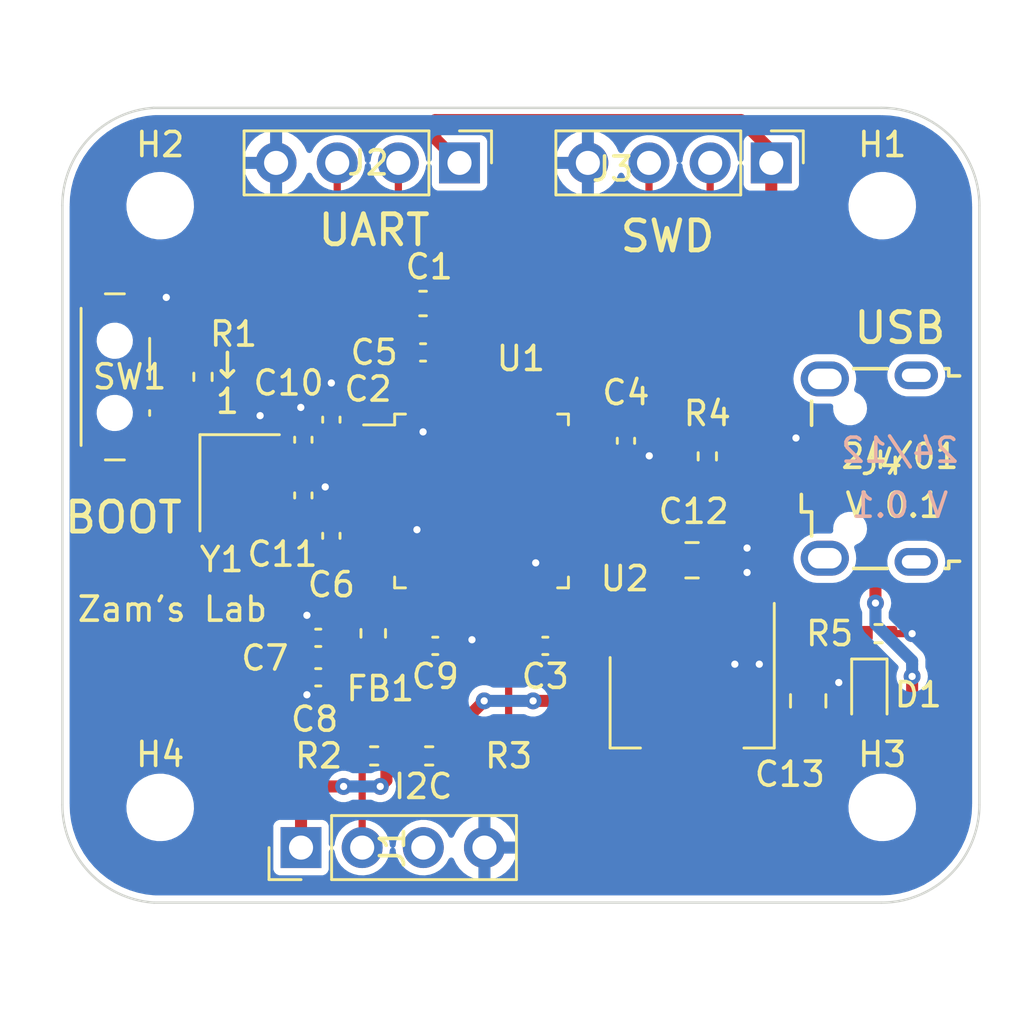
<source format=kicad_pcb>
(kicad_pcb (version 20211014) (generator pcbnew)
  (layers (0 "F.Cu" signal) (31 "B.Cu" power) (34 "B.Paste" user) (35 "F.Paste" user) (36 "B.SilkS" user "B.Silkscreen") (37 "F.SilkS" user "F.Silkscreen") (38 "B.Mask" user) (39 "F.Mask" user) (44 "Edge.Cuts" user))
  (net 0 "")
  (net 1 "+3.3V")
  (net 2 "GND")
  (net 3 "+3.3VA")
  (net 4 "/NRST")
  (net 5 "/HSE_IN")
  (net 6 "/HSE_OUT")
  (net 7 "VBUS")
  (net 8 "/PLED-K")
  (net 9 "/I2C2_SCL")
  (net 10 "/I2C2_SDA")
  (net 11 "/UART1_RX")
  (net 12 "/UART1_TX")
  (net 13 "/SWDIO")
  (net 14 "/SWCLK")
  (net 15 "/USB_D-")
  (net 16 "/USB_D+")
  (net 19 "/SW Boot 0")
  (net 20 "Net-(R1-Pad2)")
  (footprint "Package_QFP:LQFP-48_7x7mm_P0.5mm" (layer "F.Cu") (at 202.074 90.5)
    (fp_text reference "U1" (at 1.634 -5.918) (layer "F.SilkS"))
    (fp_text value "STM32F103C8T6")
    (fp_line (start -3.16 -3.61) (end -3.61 -3.61) (layer "F.SilkS") (width 0.12))
    (fp_line (start -3.61 -3.61) (end -3.61 -3.16) (layer "F.SilkS") (width 0.12))
    (fp_line (start 3.61 3.61) (end 3.61 3.16) (layer "F.SilkS") (width 0.12))
    (fp_line (start -3.61 -3.16) (end -4.9 -3.16) (layer "F.SilkS") (width 0.12))
    (fp_line (start -3.61 3.61) (end -3.61 3.16) (layer "F.SilkS") (width 0.12))
    (fp_line (start -3.16 3.61) (end -3.61 3.61) (layer "F.SilkS") (width 0.12))
    (fp_line (start 3.16 3.61) (end 3.61 3.61) (layer "F.SilkS") (width 0.12))
    (fp_line (start 3.16 -3.61) (end 3.61 -3.61) (layer "F.SilkS") (width 0.12))
    (fp_line (start 3.61 -3.61) (end 3.61 -3.16) (layer "F.SilkS") (width 0.12))
    (pad "1" smd roundrect (at -4.1625 -2.75) (size 1.475 0.3) (layers "F.Cu" "F.Paste" "F.Mask") (net 1 "+3.3V"))
    (pad "2" smd roundrect (at -4.1625 -2.25) (size 1.475 0.3) (layers "F.Cu" "F.Paste" "F.Mask"))
    (pad "3" smd roundrect (at -4.1625 -1.75) (size 1.475 0.3) (layers "F.Cu" "F.Paste" "F.Mask"))
    (pad "4" smd roundrect (at -4.1625 -1.25) (size 1.475 0.3) (layers "F.Cu" "F.Paste" "F.Mask"))
    (pad "5" smd roundrect (at -4.1625 -0.75) (size 1.475 0.3) (layers "F.Cu" "F.Paste" "F.Mask") (net 5 "/HSE_IN"))
    (pad "6" smd roundrect (at -4.1625 -0.25) (size 1.475 0.3) (layers "F.Cu" "F.Paste" "F.Mask") (net 6 "/HSE_OUT"))
    (pad "7" smd roundrect (at -4.1625 0.25) (size 1.475 0.3) (layers "F.Cu" "F.Paste" "F.Mask") (net 4 "/NRST"))
    (pad "8" smd roundrect (at -4.1625 0.75) (size 1.475 0.3) (layers "F.Cu" "F.Paste" "F.Mask") (net 2 "GND"))
    (pad "9" smd roundrect (at -4.1625 1.25) (size 1.475 0.3) (layers "F.Cu" "F.Paste" "F.Mask") (net 3 "+3.3VA"))
    (pad "10" smd roundrect (at -4.1625 1.75) (size 1.475 0.3) (layers "F.Cu" "F.Paste" "F.Mask"))
    (pad "11" smd roundrect (at -4.1625 2.25) (size 1.475 0.3) (layers "F.Cu" "F.Paste" "F.Mask"))
    (pad "12" smd roundrect (at -4.1625 2.75) (size 1.475 0.3) (layers "F.Cu" "F.Paste" "F.Mask"))
    (pad "13" smd roundrect (at -2.75 4.1625) (size 0.3 1.475) (layers "F.Cu" "F.Paste" "F.Mask"))
    (pad "14" smd roundrect (at -2.25 4.1625) (size 0.3 1.475) (layers "F.Cu" "F.Paste" "F.Mask"))
    (pad "15" smd roundrect (at -1.75 4.1625) (size 0.3 1.475) (layers "F.Cu" "F.Paste" "F.Mask"))
    (pad "16" smd roundrect (at -1.25 4.1625) (size 0.3 1.475) (layers "F.Cu" "F.Paste" "F.Mask"))
    (pad "17" smd roundrect (at -0.75 4.1625) (size 0.3 1.475) (layers "F.Cu" "F.Paste" "F.Mask"))
    (pad "18" smd roundrect (at -0.25 4.1625) (size 0.3 1.475) (layers "F.Cu" "F.Paste" "F.Mask"))
    (pad "19" smd roundrect (at 0.25 4.1625) (size 0.3 1.475) (layers "F.Cu" "F.Paste" "F.Mask"))
    (pad "20" smd roundrect (at 0.75 4.1625) (size 0.3 1.475) (layers "F.Cu" "F.Paste" "F.Mask"))
    (pad "21" smd roundrect (at 1.25 4.1625) (size 0.3 1.475) (layers "F.Cu" "F.Paste" "F.Mask") (net 9 "/I2C2_SCL"))
    (pad "22" smd roundrect (at 1.75 4.1625) (size 0.3 1.475) (layers "F.Cu" "F.Paste" "F.Mask") (net 10 "/I2C2_SDA"))
    (pad "23" smd roundrect (at 2.25 4.1625) (size 0.3 1.475) (layers "F.Cu" "F.Paste" "F.Mask") (net 2 "GND"))
    (pad "24" smd roundrect (at 2.75 4.1625) (size 0.3 1.475) (layers "F.Cu" "F.Paste" "F.Mask") (net 1 "+3.3V"))
    (pad "25" smd roundrect (at 4.1625 2.75) (size 1.475 0.3) (layers "F.Cu" "F.Paste" "F.Mask"))
    (pad "26" smd roundrect (at 4.1625 2.25) (size 1.475 0.3) (layers "F.Cu" "F.Paste" "F.Mask"))
    (pad "27" smd roundrect (at 4.1625 1.75) (size 1.475 0.3) (layers "F.Cu" "F.Paste" "F.Mask"))
    (pad "28" smd roundrect (at 4.1625 1.25) (size 1.475 0.3) (layers "F.Cu" "F.Paste" "F.Mask"))
    (pad "29" smd roundrect (at 4.1625 0.75) (size 1.475 0.3) (layers "F.Cu" "F.Paste" "F.Mask"))
    (pad "30" smd roundrect (at 4.1625 0.25) (size 1.475 0.3) (layers "F.Cu" "F.Paste" "F.Mask"))
    (pad "31" smd roundrect (at 4.1625 -0.25) (size 1.475 0.3) (layers "F.Cu" "F.Paste" "F.Mask"))
    (pad "32" smd roundrect (at 4.1625 -0.75) (size 1.475 0.3) (layers "F.Cu" "F.Paste" "F.Mask") (net 15 "/USB_D-"))
    (pad "33" smd roundrect (at 4.1625 -1.25) (size 1.475 0.3) (layers "F.Cu" "F.Paste" "F.Mask") (net 16 "/USB_D+"))
    (pad "34" smd roundrect (at 4.1625 -1.75) (size 1.475 0.3) (layers "F.Cu" "F.Paste" "F.Mask") (net 13 "/SWDIO"))
    (pad "35" smd roundrect (at 4.1625 -2.25) (size 1.475 0.3) (layers "F.Cu" "F.Paste" "F.Mask") (net 2 "GND"))
    (pad "36" smd roundrect (at 4.1625 -2.75) (size 1.475 0.3) (layers "F.Cu" "F.Paste" "F.Mask") (net 1 "+3.3V"))
    (pad "37" smd roundrect (at 2.75 -4.1625) (size 0.3 1.475) (layers "F.Cu" "F.Paste" "F.Mask") (net 14 "/SWCLK"))
    (pad "38" smd roundrect (at 2.25 -4.1625) (size 0.3 1.475) (layers "F.Cu" "F.Paste" "F.Mask"))
    (pad "39" smd roundrect (at 1.75 -4.1625) (size 0.3 1.475) (layers "F.Cu" "F.Paste" "F.Mask"))
    (pad "40" smd roundrect (at 1.25 -4.1625) (size 0.3 1.475) (layers "F.Cu" "F.Paste" "F.Mask"))
    (pad "41" smd roundrect (at 0.75 -4.1625) (size 0.3 1.475) (layers "F.Cu" "F.Paste" "F.Mask"))
    (pad "42" smd roundrect (at 0.25 -4.1625) (size 0.3 1.475) (layers "F.Cu" "F.Paste" "F.Mask") (net 11 "/UART1_RX"))
    (pad "43" smd roundrect (at -0.25 -4.1625) (size 0.3 1.475) (layers "F.Cu" "F.Paste" "F.Mask") (net 12 "/UART1_TX"))
    (pad "44" smd roundrect (at -0.75 -4.1625) (size 0.3 1.475) (layers "F.Cu" "F.Paste" "F.Mask") (net 20 "Net-(R1-Pad2)"))
    (pad "45" smd roundrect (at -1.25 -4.1625) (size 0.3 1.475) (layers "F.Cu" "F.Paste" "F.Mask"))
    (pad "46" smd roundrect (at -1.75 -4.1625) (size 0.3 1.475) (layers "F.Cu" "F.Paste" "F.Mask"))
    (pad "47" smd roundrect (at -2.25 -4.1625) (size 0.3 1.475) (layers "F.Cu" "F.Paste" "F.Mask") (net 2 "GND"))
    (pad "48" smd roundrect (at -2.75 -4.1625) (size 0.3 1.475) (layers "F.Cu" "F.Paste" "F.Mask") (net 1 "+3.3V"))
  )
  (footprint "Connector_USB:USB_Micro-B_Wuerth_629105150521" (layer "F.Cu") (at 218.186 89.154 90)
    (fp_text reference "J4" (at 0.254 0.508 180) (layer "F.SilkS"))
    (fp_text value "USB_B_Micro")
    (fp_line (start -1.075 -2.825) (end -1.8 -2.825) (layer "F.SilkS") (width 0.15))
    (fp_line (start -4.15 3.15) (end -4.15 3.3) (layer "F.SilkS") (width 0.15))
    (fp_line (start 1.8 -2.4) (end 2.8 -2.4) (layer "F.SilkS") (width 0.15))
    (fp_line (start -4.15 -0.65) (end -4.15 0.75) (layer "F.SilkS") (width 0.15))
    (fp_line (start -3.85 3.3) (end -3.85 3.75) (layer "F.SilkS") (width 0.15))
    (fp_line (start -1.8 -2.4) (end -2.8 -2.4) (layer "F.SilkS") (width 0.15))
    (fp_line (start -4.15 3.3) (end -3.85 3.3) (layer "F.SilkS") (width 0.15))
    (fp_line (start 3.85 3.75) (end 3.85 3.3) (layer "F.SilkS") (width 0.15))
    (fp_line (start 4.15 0.75) (end 4.15 -0.65) (layer "F.SilkS") (width 0.15))
    (fp_line (start -1.8 -2.825) (end -1.8 -2.4) (layer "F.SilkS") (width 0.15))
    (fp_line (start 4.15 3.3) (end 4.15 3.15) (layer "F.SilkS") (width 0.15))
    (fp_line (start 3.85 3.3) (end 4.15 3.3) (layer "F.SilkS") (width 0.15))
    (pad "" np_thru_hole oval (at -2.5 -0.8 90) (size 0.8 0.8) (drill 0.8) (layers *.Cu *.Mask))
    (pad "" np_thru_hole oval (at 2.5 -0.8 90) (size 0.8 0.8) (drill 0.8) (layers *.Cu *.Mask))
    (pad "1" smd rect (at -1.3 -1.9 90) (size 0.45 1.3) (layers "F.Cu" "F.Paste" "F.Mask") (net 7 "VBUS"))
    (pad "2" smd rect (at -0.65 -1.9 90) (size 0.45 1.3) (layers "F.Cu" "F.Paste" "F.Mask") (net 15 "/USB_D-"))
    (pad "3" smd rect (at 0 -1.9 90) (size 0.45 1.3) (layers "F.Cu" "F.Paste" "F.Mask") (net 16 "/USB_D+"))
    (pad "4" smd rect (at 0.65 -1.9 90) (size 0.45 1.3) (layers "F.Cu" "F.Paste" "F.Mask"))
    (pad "5" smd rect (at 1.3 -1.9 90) (size 0.45 1.3) (layers "F.Cu" "F.Paste" "F.Mask") (net 2 "GND"))
    (pad "6" thru_hole oval (at 3.725 -1.85 90) (size 1.45 2) (drill oval 0.85 1.4) (layers *.Cu *.Mask))
    (pad "6" thru_hole oval (at -3.875 1.95 90) (size 1.15 1.8) (drill oval 0.55 1.2) (layers *.Cu *.Mask))
    (pad "6" thru_hole oval (at -3.725 -1.85 90) (size 1.45 2) (drill oval 0.85 1.4) (layers *.Cu *.Mask))
    (pad "6" thru_hole oval (at 3.875 1.95 90) (size 1.15 1.8) (drill oval 0.55 1.2) (layers *.Cu *.Mask))
  )
  (footprint "LED_SMD:LED_0603_1608Metric" (layer "F.Cu") (at 218.186 98.552 -90)
    (fp_text reference "D1" (at 0 -2.032 180) (layer "F.SilkS"))
    (fp_text value "LED")
    (fp_line (start -1.485 -0.735) (end -1.485 0.735) (layer "F.SilkS") (width 0.12))
    (fp_line (start 0.8 -0.735) (end -1.485 -0.735) (layer "F.SilkS") (width 0.12))
    (fp_line (start -1.485 0.735) (end 0.8 0.735) (layer "F.SilkS") (width 0.12))
    (pad "1" smd roundrect (at -0.7875 0 270) (size 0.875 0.95) (layers "F.Cu" "F.Paste" "F.Mask") (net 8 "/PLED-K"))
    (pad "2" smd roundrect (at 0.7875 0 270) (size 0.875 0.95) (layers "F.Cu" "F.Paste" "F.Mask") (net 1 "+3.3V"))
  )
  (footprint "Capacitor_SMD:C_0402_1005Metric" (layer "F.Cu") (at 195.289672 96.186 180)
    (fp_text reference "C7" (at 2.215672 -0.842) (layer "F.SilkS"))
    (fp_text value "1u")
    (fp_line (start -0.107836 -0.36) (end 0.107836 -0.36) (layer "F.SilkS") (width 0.12))
    (fp_line (start -0.107836 0.36) (end 0.107836 0.36) (layer "F.SilkS") (width 0.12))
    (pad "1" smd roundrect (at -0.48 0 180) (size 0.56 0.62) (layers "F.Cu" "F.Paste" "F.Mask") (net 3 "+3.3VA"))
    (pad "2" smd roundrect (at 0.48 0 180) (size 0.56 0.62) (layers "F.Cu" "F.Paste" "F.Mask") (net 2 "GND"))
  )
  (footprint "Inductor_SMD:L_0603_1608Metric" (layer "F.Cu") (at 197.574 96 -90)
    (fp_text reference "FB1" (at 2.298 -0.292 180) (layer "F.SilkS"))
    (fp_text value "120R")
    (fp_line (start -0.162779 0.51) (end 0.162779 0.51) (layer "F.SilkS") (width 0.12))
    (fp_line (start -0.162779 -0.51) (end 0.162779 -0.51) (layer "F.SilkS") (width 0.12))
    (pad "1" smd roundrect (at -0.7875 0 270) (size 0.875 0.95) (layers "F.Cu" "F.Paste" "F.Mask") (net 3 "+3.3VA"))
    (pad "2" smd roundrect (at 0.7875 0 270) (size 0.875 0.95) (layers "F.Cu" "F.Paste" "F.Mask") (net 1 "+3.3V"))
  )
  (footprint "Capacitor_SMD:C_0402_1005Metric" (layer "F.Cu") (at 200.152 96.52)
    (fp_text reference "C9" (at 0 1.27) (layer "F.SilkS"))
    (fp_text value "100n")
    (fp_line (start -0.107836 0.36) (end 0.107836 0.36) (layer "F.SilkS") (width 0.12))
    (fp_line (start -0.107836 -0.36) (end 0.107836 -0.36) (layer "F.SilkS") (width 0.12))
    (pad "1" smd roundrect (at -0.48 0) (size 0.56 0.62) (layers "F.Cu" "F.Paste" "F.Mask") (net 4 "/NRST"))
    (pad "2" smd roundrect (at 0.48 0) (size 0.56 0.62) (layers "F.Cu" "F.Paste" "F.Mask") (net 2 "GND"))
  )
  (footprint "Connector_PinHeader_2.54mm:PinHeader_1x04_P2.54mm_Vertical" (layer "F.Cu") (at 214.112 76.454 -90)
    (fp_text reference "J3" (at 0.254 6.594 180) (layer "F.SilkS"))
    (fp_text value "Conn_01x04_Male")
    (fp_line (start -1.33 0) (end -1.33 -1.33) (layer "F.SilkS") (width 0.12))
    (fp_line (start 1.33 1.27) (end 1.33 8.95) (layer "F.SilkS") (width 0.12))
    (fp_line (start -1.33 8.95) (end 1.33 8.95) (layer "F.SilkS") (width 0.12))
    (fp_line (start -1.33 1.27) (end 1.33 1.27) (layer "F.SilkS") (width 0.12))
    (fp_line (start -1.33 1.27) (end -1.33 8.95) (layer "F.SilkS") (width 0.12))
    (fp_line (start -1.33 -1.33) (end 0 -1.33) (layer "F.SilkS") (width 0.12))
    (pad "1" thru_hole rect (at 0 0 270) (size 1.7 1.7) (drill 1) (layers *.Cu *.Mask) (net 1 "+3.3V"))
    (pad "2" thru_hole oval (at 0 2.54 270) (size 1.7 1.7) (drill 1) (layers *.Cu *.Mask) (net 13 "/SWDIO"))
    (pad "3" thru_hole oval (at 0 5.08 270) (size 1.7 1.7) (drill 1) (layers *.Cu *.Mask) (net 14 "/SWCLK"))
    (pad "4" thru_hole oval (at 0 7.62 270) (size 1.7 1.7) (drill 1) (layers *.Cu *.Mask) (net 2 "GND"))
  )
  (footprint "Resistor_SMD:R_0402_1005Metric" (layer "F.Cu") (at 197.612 101.092 180)
    (fp_text reference "R2" (at 2.304359 0) (layer "F.SilkS"))
    (fp_text value "1k5")
    (fp_line (start -0.153641 -0.38) (end 0.153641 -0.38) (layer "F.SilkS") (width 0.12))
    (fp_line (start -0.153641 0.38) (end 0.153641 0.38) (layer "F.SilkS") (width 0.12))
    (pad "1" smd roundrect (at -0.51 0 180) (size 0.54 0.64) (layers "F.Cu" "F.Paste" "F.Mask") (net 1 "+3.3V"))
    (pad "2" smd roundrect (at 0.51 0 180) (size 0.54 0.64) (layers "F.Cu" "F.Paste" "F.Mask") (net 9 "/I2C2_SCL"))
  )
  (footprint "Capacitor_SMD:C_0402_1005Metric" (layer "F.Cu") (at 204.724 96.52 180)
    (fp_text reference "C3" (at 0 -1.27 180) (layer "F.SilkS"))
    (fp_text value "100n")
    (fp_line (start -0.107836 -0.36) (end 0.107836 -0.36) (layer "F.SilkS") (width 0.12))
    (fp_line (start -0.107836 0.36) (end 0.107836 0.36) (layer "F.SilkS") (width 0.12))
    (pad "1" smd roundrect (at -0.48 0 180) (size 0.56 0.62) (layers "F.Cu" "F.Paste" "F.Mask") (net 1 "+3.3V"))
    (pad "2" smd roundrect (at 0.48 0 180) (size 0.56 0.62) (layers "F.Cu" "F.Paste" "F.Mask") (net 2 "GND"))
  )
  (footprint "Connector_PinHeader_2.54mm:PinHeader_1x04_P2.54mm_Vertical" (layer "F.Cu") (at 194.574 104.902 90)
    (fp_text reference "J1" (at 0 3.8 90) (layer "F.SilkS"))
    (fp_text value "Conn_01x04_Male")
    (fp_line (start -1.33 1.27) (end -1.33 8.95) (layer "F.SilkS") (width 0.12))
    (fp_line (start -1.33 8.95) (end 1.33 8.95) (layer "F.SilkS") (width 0.12))
    (fp_line (start -1.33 0) (end -1.33 -1.33) (layer "F.SilkS") (width 0.12))
    (fp_line (start 1.33 1.27) (end 1.33 8.95) (layer "F.SilkS") (width 0.12))
    (fp_line (start -1.33 -1.33) (end 0 -1.33) (layer "F.SilkS") (width 0.12))
    (fp_line (start -1.33 1.27) (end 1.33 1.27) (layer "F.SilkS") (width 0.12))
    (pad "1" thru_hole rect (at 0 0 90) (size 1.7 1.7) (drill 1) (layers *.Cu *.Mask) (net 1 "+3.3V"))
    (pad "2" thru_hole oval (at 0 2.54 90) (size 1.7 1.7) (drill 1) (layers *.Cu *.Mask) (net 9 "/I2C2_SCL"))
    (pad "3" thru_hole oval (at 0 5.08 90) (size 1.7 1.7) (drill 1) (layers *.Cu *.Mask) (net 10 "/I2C2_SDA"))
    (pad "4" thru_hole oval (at 0 7.62 90) (size 1.7 1.7) (drill 1) (layers *.Cu *.Mask) (net 2 "GND"))
  )
  (footprint "MountingHole:MountingHole_2.2mm_M2" (layer "F.Cu") (at 188.722 103.232)
    (fp_text reference "H4" (at 0 -2.2) (layer "F.SilkS"))
    (fp_text value "MountingHole")
    (pad "" np_thru_hole circle (at 0 0) (size 2.2 2.2) (drill 2.2) (layers *.Cu *.Mask))
  )
  (footprint "Capacitor_SMD:C_0402_1005Metric" (layer "F.Cu") (at 195.834 87.122 90)
    (fp_text reference "C2" (at 1.27 1.524 180) (layer "F.SilkS"))
    (fp_text value "100n")
    (fp_line (start -0.107836 0.36) (end 0.107836 0.36) (layer "F.SilkS") (width 0.12))
    (fp_line (start -0.107836 -0.36) (end 0.107836 -0.36) (layer "F.SilkS") (width 0.12))
    (pad "1" smd roundrect (at -0.48 0 90) (size 0.56 0.62) (layers "F.Cu" "F.Paste" "F.Mask") (net 1 "+3.3V"))
    (pad "2" smd roundrect (at 0.48 0 90) (size 0.56 0.62) (layers "F.Cu" "F.Paste" "F.Mask") (net 2 "GND"))
  )
  (footprint "Capacitor_SMD:C_0402_1005Metric" (layer "F.Cu") (at 194.67 90.27 90)
    (fp_text reference "C11" (at -2.44 -0.868 180) (layer "F.SilkS"))
    (fp_text value "10p")
    (fp_line (start -0.107836 0.36) (end 0.107836 0.36) (layer "F.SilkS") (width 0.12))
    (fp_line (start -0.107836 -0.36) (end 0.107836 -0.36) (layer "F.SilkS") (width 0.12))
    (pad "1" smd roundrect (at -0.48 0 90) (size 0.56 0.62) (layers "F.Cu" "F.Paste" "F.Mask") (net 6 "/HSE_OUT"))
    (pad "2" smd roundrect (at 0.48 0 90) (size 0.56 0.62) (layers "F.Cu" "F.Paste" "F.Mask") (net 2 "GND"))
  )
  (footprint "Resistor_SMD:R_0402_1005Metric" (layer "F.Cu") (at 218.568 96.012)
    (fp_text reference "R5" (at -2.032 0) (layer "F.SilkS"))
    (fp_text value "1k")
    (fp_line (start -0.153641 -0.38) (end 0.153641 -0.38) (layer "F.SilkS") (width 0.12))
    (fp_line (start -0.153641 0.38) (end 0.153641 0.38) (layer "F.SilkS") (width 0.12))
    (pad "1" smd roundrect (at -0.51 0) (size 0.54 0.64) (layers "F.Cu" "F.Paste" "F.Mask") (net 8 "/PLED-K"))
    (pad "2" smd roundrect (at 0.51 0) (size 0.54 0.64) (layers "F.Cu" "F.Paste" "F.Mask") (net 2 "GND"))
  )
  (footprint "Capacitor_SMD:C_0402_1005Metric" (layer "F.Cu") (at 195.289672 97.826 180)
    (fp_text reference "C8" (at 0.151672 -1.742) (layer "F.SilkS"))
    (fp_text value "1u")
    (fp_line (start -0.107836 -0.36) (end 0.107836 -0.36) (layer "F.SilkS") (width 0.12))
    (fp_line (start -0.107836 0.36) (end 0.107836 0.36) (layer "F.SilkS") (width 0.12))
    (pad "1" smd roundrect (at -0.48 0 180) (size 0.56 0.62) (layers "F.Cu" "F.Paste" "F.Mask") (net 1 "+3.3V"))
    (pad "2" smd roundrect (at 0.48 0 180) (size 0.56 0.62) (layers "F.Cu" "F.Paste" "F.Mask") (net 2 "GND"))
  )
  (footprint "Capacitor_SMD:C_0805_2012Metric" (layer "F.Cu") (at 210.82 92.964)
    (fp_text reference "C12" (at 0.066 -2.032) (layer "F.SilkS"))
    (fp_text value "22u")
    (fp_line (start -0.261252 0.735) (end 0.261252 0.735) (layer "F.SilkS") (width 0.12))
    (fp_line (start -0.261252 -0.735) (end 0.261252 -0.735) (layer "F.SilkS") (width 0.12))
    (pad "1" smd roundrect (at -0.95 0) (size 1 1.45) (layers "F.Cu" "F.Paste" "F.Mask") (net 7 "VBUS"))
    (pad "2" smd roundrect (at 0.95 0) (size 1 1.45) (layers "F.Cu" "F.Paste" "F.Mask") (net 2 "GND"))
  )
  (footprint "Capacitor_SMD:C_0603_1608Metric" (layer "F.Cu") (at 199.644 82.296)
    (fp_text reference "C1" (at 0.254 -1.524) (layer "F.SilkS"))
    (fp_text value "10u")
    (fp_line (start -0.14058 0.51) (end 0.14058 0.51) (layer "F.SilkS") (width 0.12))
    (fp_line (start -0.14058 -0.51) (end 0.14058 -0.51) (layer "F.SilkS") (width 0.12))
    (pad "1" smd roundrect (at -0.775 0) (size 0.9 0.95) (layers "F.Cu" "F.Paste" "F.Mask") (net 1 "+3.3V"))
    (pad "2" smd roundrect (at 0.775 0) (size 0.9 0.95) (layers "F.Cu" "F.Paste" "F.Mask") (net 2 "GND"))
  )
  (footprint "Resistor_SMD:R_0402_1005Metric" (layer "F.Cu") (at 211.454 88.646 -90)
    (fp_text reference "R4" (at -1.778 0) (layer "F.SilkS"))
    (fp_text value "1k5")
    (fp_line (start -0.153641 0.38) (end 0.153641 0.38) (layer "F.SilkS") (width 0.12))
    (fp_line (start -0.153641 -0.38) (end 0.153641 -0.38) (layer "F.SilkS") (width 0.12))
    (pad "1" smd roundrect (at -0.51 0 270) (size 0.54 0.64) (layers "F.Cu" "F.Paste" "F.Mask") (net 1 "+3.3V"))
    (pad "2" smd roundrect (at 0.51 0 270) (size 0.54 0.64) (layers "F.Cu" "F.Paste" "F.Mask") (net 16 "/USB_D+"))
  )
  (footprint "Capacitor_SMD:C_0402_1005Metric" (layer "F.Cu") (at 208.074 88 -90)
    (fp_text reference "C4" (at -2 0 180) (layer "F.SilkS"))
    (fp_text value "100n")
    (fp_line (start -0.107836 -0.36) (end 0.107836 -0.36) (layer "F.SilkS") (width 0.12))
    (fp_line (start -0.107836 0.36) (end 0.107836 0.36) (layer "F.SilkS") (width 0.12))
    (pad "1" smd roundrect (at -0.48 0 270) (size 0.56 0.62) (layers "F.Cu" "F.Paste" "F.Mask") (net 1 "+3.3V"))
    (pad "2" smd roundrect (at 0.48 0 270) (size 0.56 0.62) (layers "F.Cu" "F.Paste" "F.Mask") (net 2 "GND"))
  )
  (footprint "Capacitor_SMD:C_0402_1005Metric" (layer "F.Cu") (at 195.834 91.948 90)
    (fp_text reference "C6" (at -2.032 0 180) (layer "F.SilkS"))
    (fp_text value "10n")
    (fp_line (start -0.107836 0.36) (end 0.107836 0.36) (layer "F.SilkS") (width 0.12))
    (fp_line (start -0.107836 -0.36) (end 0.107836 -0.36) (layer "F.SilkS") (width 0.12))
    (pad "1" smd roundrect (at -0.48 0 90) (size 0.56 0.62) (layers "F.Cu" "F.Paste" "F.Mask") (net 3 "+3.3VA"))
    (pad "2" smd roundrect (at 0.48 0 90) (size 0.56 0.62) (layers "F.Cu" "F.Paste" "F.Mask") (net 2 "GND"))
  )
  (footprint "Button_Switch_SMD:SW_SPDT_PCM12" (layer "F.Cu") (at 187.165 85.344 -90)
    (fp_text reference "SW1" (at 0 -0.287) (layer "F.SilkS"))
    (fp_text value "SW_SPDT")
    (fp_line (start 3.45 0.72) (end 3.45 -0.07) (layer "F.SilkS") (width 0.12))
    (fp_line (start -2.85 1.73) (end 2.85 1.73) (layer "F.SilkS") (width 0.12))
    (fp_line (start -1.6 -1.12) (end 0.1 -1.12) (layer "F.SilkS") (width 0.12))
    (fp_line (start -3.45 -0.07) (end -3.45 0.72) (layer "F.SilkS") (width 0.12))
    (fp_line (start 1.4 -1.12) (end 1.6 -1.12) (layer "F.SilkS") (width 0.12))
    (pad "" smd rect (at 3.65 1.43 270) (size 1 0.8) (layers "F.Cu" "F.Paste" "F.Mask"))
    (pad "" smd rect (at 3.65 -0.78 270) (size 1 0.8) (layers "F.Cu" "F.Paste" "F.Mask"))
    (pad "" np_thru_hole circle (at -1.5 0.33 270) (size 0.9 0.9) (drill 0.9) (layers *.Cu *.Mask))
    (pad "" smd rect (at -3.65 1.43 270) (size 1 0.8) (layers "F.Cu" "F.Paste" "F.Mask"))
    (pad "" np_thru_hole circle (at 1.5 0.33 270) (size 0.9 0.9) (drill 0.9) (layers *.Cu *.Mask))
    (pad "" smd rect (at -3.65 -0.78 270) (size 1 0.8) (layers "F.Cu" "F.Paste" "F.Mask"))
    (pad "1" smd rect (at -2.25 -1.43 270) (size 0.7 1.5) (layers "F.Cu" "F.Paste" "F.Mask") (net 2 "GND"))
    (pad "2" smd rect (at 0.75 -1.43 270) (size 0.7 1.5) (layers "F.Cu" "F.Paste" "F.Mask") (net 19 "/SW Boot 0"))
    (pad "3" smd rect (at 2.25 -1.43 270) (size 0.7 1.5) (layers "F.Cu" "F.Paste" "F.Mask") (net 1 "+3.3V"))
  )
  (footprint "Capacitor_SMD:C_0402_1005Metric" (layer "F.Cu") (at 194.67 87.956 90)
    (fp_text reference "C10" (at 2.358 -0.614 180) (layer "F.SilkS"))
    (fp_text value "10p")
    (fp_line (start -0.107836 0.36) (end 0.107836 0.36) (layer "F.SilkS") (width 0.12))
    (fp_line (start -0.107836 -0.36) (end 0.107836 -0.36) (layer "F.SilkS") (width 0.12))
    (pad "1" smd roundrect (at -0.48 0 90) (size 0.56 0.62) (layers "F.Cu" "F.Paste" "F.Mask") (net 5 "/HSE_IN"))
    (pad "2" smd roundrect (at 0.48 0 90) (size 0.56 0.62) (layers "F.Cu" "F.Paste" "F.Mask") (net 2 "GND"))
  )
  (footprint "Capacitor_SMD:C_0402_1005Metric" (layer "F.Cu") (at 199.644 84.328)
    (fp_text reference "C5" (at -2.032 0) (layer "F.SilkS"))
    (fp_text value "100n")
    (fp_line (start -0.107836 -0.36) (end 0.107836 -0.36) (layer "F.SilkS") (width 0.12))
    (fp_line (start -0.107836 0.36) (end 0.107836 0.36) (layer "F.SilkS") (width 0.12))
    (pad "1" smd roundrect (at -0.48 0) (size 0.56 0.62) (layers "F.Cu" "F.Paste" "F.Mask") (net 1 "+3.3V"))
    (pad "2" smd roundrect (at 0.48 0) (size 0.56 0.62) (layers "F.Cu" "F.Paste" "F.Mask") (net 2 "GND"))
  )
  (footprint "Resistor_SMD:R_0402_1005Metric" (layer "F.Cu") (at 199.898 101.092)
    (fp_text reference "R3" (at 3.302 0) (layer "F.SilkS"))
    (fp_text value "1k5")
    (fp_line (start -0.153641 -0.38) (end 0.153641 -0.38) (layer "F.SilkS") (width 0.12))
    (fp_line (start -0.153641 0.38) (end 0.153641 0.38) (layer "F.SilkS") (width 0.12))
    (pad "1" smd roundrect (at -0.51 0) (size 0.54 0.64) (layers "F.Cu" "F.Paste" "F.Mask") (net 1 "+3.3V"))
    (pad "2" smd roundrect (at 0.51 0) (size 0.54 0.64) (layers "F.Cu" "F.Paste" "F.Mask") (net 10 "/I2C2_SDA"))
  )
  (footprint "Resistor_SMD:R_0402_1005Metric" (layer "F.Cu") (at 190.5 85.344 90)
    (fp_text reference "R1" (at 1.778 1.27 180) (layer "F.SilkS"))
    (fp_text value "10k")
    (fp_line (start -0.153641 0.38) (end 0.153641 0.38) (layer "F.SilkS") (width 0.12))
    (fp_line (start -0.153641 -0.38) (end 0.153641 -0.38) (layer "F.SilkS") (width 0.12))
    (pad "1" smd roundrect (at -0.51 0 90) (size 0.54 0.64) (layers "F.Cu" "F.Paste" "F.Mask") (net 19 "/SW Boot 0"))
    (pad "2" smd roundrect (at 0.51 0 90) (size 0.54 0.64) (layers "F.Cu" "F.Paste" "F.Mask") (net 20 "Net-(R1-Pad2)"))
  )
  (footprint "Package_TO_SOT_SMD:SOT-223-3_TabPin2" (layer "F.Cu") (at 210.825846 98.854 -90)
    (fp_text reference "U2" (at -5.128 2.799846 180) (layer "F.SilkS"))
    (fp_text value "AMS1117-3.3")
    (fp_line (start -1.85 3.41) (end 1.91 3.41) (layer "F.SilkS") (width 0.12))
    (fp_line (start 1.91 -3.41) (end 1.91 -2.15) (layer "F.SilkS") (width 0.12))
    (fp_line (start -4.1 -3.41) (end 1.91 -3.41) (layer "F.SilkS") (width 0.12))
    (fp_line (start 1.91 3.41) (end 1.91 2.15) (layer "F.SilkS") (width 0.12))
    (pad "1" smd rect (at -3.15 -2.3 270) (size 2 1.5) (layers "F.Cu" "F.Paste" "F.Mask") (net 2 "GND"))
    (pad "2" smd rect (at -3.15 0 270) (size 2 1.5) (layers "F.Cu" "F.Paste" "F.Mask") (net 1 "+3.3V"))
    (pad "2" smd rect (at 3.15 0 270) (size 2 3.8) (layers "F.Cu" "F.Paste" "F.Mask") (net 1 "+3.3V"))
    (pad "3" smd rect (at -3.15 2.3 270) (size 2 1.5) (layers "F.Cu" "F.Paste" "F.Mask") (net 7 "VBUS"))
  )
  (footprint "MountingHole:MountingHole_2.2mm_M2" (layer "F.Cu") (at 218.722 103.232)
    (fp_text reference "H3" (at 0 -2.2) (layer "F.SilkS"))
    (fp_text value "MountingHole")
    (pad "" np_thru_hole circle (at 0 0) (size 2.2 2.2) (drill 2.2) (layers *.Cu *.Mask))
  )
  (footprint "Crystal:Crystal_SMD_3225-4Pin_3.2x2.5mm" (layer "F.Cu") (at 192.024 89.746 -90)
    (fp_text reference "Y1" (at 3.188 0.746 180) (layer "F.SilkS"))
    (fp_text value "16MHz")
    (fp_line (start -2 -1.65) (end -2 1.65) (layer "F.SilkS") (width 0.12))
    (fp_line (start -2 1.65) (end 2 1.65) (layer "F.SilkS") (width 0.12))
    (pad "1" smd rect (at -1.1 0.85 270) (size 1.4 1.2) (layers "F.Cu" "F.Paste" "F.Mask") (net 5 "/HSE_IN"))
    (pad "2" smd rect (at 1.1 0.85 270) (size 1.4 1.2) (layers "F.Cu" "F.Paste" "F.Mask") (net 2 "GND"))
    (pad "3" smd rect (at 1.1 -0.85 270) (size 1.4 1.2) (layers "F.Cu" "F.Paste" "F.Mask") (net 6 "/HSE_OUT"))
    (pad "4" smd rect (at -1.1 -0.85 270) (size 1.4 1.2) (layers "F.Cu" "F.Paste" "F.Mask") (net 2 "GND"))
  )
  (footprint "Connector_PinHeader_2.54mm:PinHeader_1x04_P2.54mm_Vertical" (layer "F.Cu") (at 201.158 76.454 -90)
    (fp_text reference "J2" (at 0 3.8) (layer "F.SilkS"))
    (fp_text value "Conn_01x04_Male")
    (fp_line (start -1.33 8.95) (end 1.33 8.95) (layer "F.SilkS") (width 0.12))
    (fp_line (start 1.33 1.27) (end 1.33 8.95) (layer "F.SilkS") (width 0.12))
    (fp_line (start -1.33 0) (end -1.33 -1.33) (layer "F.SilkS") (width 0.12))
    (fp_line (start -1.33 1.27) (end 1.33 1.27) (layer "F.SilkS") (width 0.12))
    (fp_line (start -1.33 1.27) (end -1.33 8.95) (layer "F.SilkS") (width 0.12))
    (fp_line (start -1.33 -1.33) (end 0 -1.33) (layer "F.SilkS") (width 0.12))
    (pad "1" thru_hole rect (at 0 0 270) (size 1.7 1.7) (drill 1) (layers *.Cu *.Mask) (net 1 "+3.3V"))
    (pad "2" thru_hole oval (at 0 2.54 270) (size 1.7 1.7) (drill 1) (layers *.Cu *.Mask) (net 11 "/UART1_RX"))
    (pad "3" thru_hole oval (at 0 5.08 270) (size 1.7 1.7) (drill 1) (layers *.Cu *.Mask) (net 12 "/UART1_TX"))
    (pad "4" thru_hole oval (at 0 7.62 270) (size 1.7 1.7) (drill 1) (layers *.Cu *.Mask) (net 2 "GND"))
  )
  (footprint "MountingHole:MountingHole_2.2mm_M2" (layer "F.Cu") (at 218.722 78.232)
    (fp_text reference "H1" (at 0 -2.54) (layer "F.SilkS"))
    (fp_text value "MountingHole")
    (pad "" np_thru_hole circle (at 0 0) (size 2.2 2.2) (drill 2.2) (layers F&B.Cu *.Mask))
  )
  (footprint "MountingHole:MountingHole_2.2mm_M2" (layer "F.Cu") (at 188.722 78.232)
    (fp_text reference "H2" (at 0 -2.54) (layer "F.SilkS"))
    (fp_text value "MountingHole")
    (pad "" np_thru_hole circle (at 0 0) (size 2.2 2.2) (drill 2.2) (layers *.Cu *.Mask))
  )
  (footprint "Capacitor_SMD:C_0805_2012Metric" (layer "F.Cu") (at 215.646 98.806 90)
    (fp_text reference "C13" (at -3.048 -0.762 180) (layer "F.SilkS"))
    (fp_text value "22u")
    (fp_line (start -0.261252 0.735) (end 0.261252 0.735) (layer "F.SilkS") (width 0.12))
    (fp_line (start -0.261252 -0.735) (end 0.261252 -0.735) (layer "F.SilkS") (width 0.12))
    (pad "1" smd roundrect (at -0.95 0 90) (size 1 1.45) (layers "F.Cu" "F.Paste" "F.Mask") (net 1 "+3.3V"))
    (pad "2" smd roundrect (at 0.95 0 90) (size 1 1.45) (layers "F.Cu" "F.Paste" "F.Mask") (net 2 "GND"))
  )
  (gr_line (start 191.262 85.09) (end 191.389 85.217) (layer "F.SilkS") (width 0.15))
  (gr_line (start 191.3255 85.1535) (end 191.516 85.344) (layer "F.SilkS") (width 0.15))
  (gr_line (start 191.516 84.328) (end 191.516 85.344) (layer "F.SilkS") (width 0.15))
  (gr_line (start 191.516 85.344) (end 191.262 85.09) (layer "F.SilkS") (width 0.15))
  (gr_line (start 191.516 85.344) (end 191.77 85.09) (layer "F.SilkS") (width 0.15))
  (gr_line (start 184.658 78.222999) (end 184.658 103.124) (layer "Edge.Cuts") (width 0.1))
  (gr_arc (start 188.468 107.188) (mid 185.759449 105.909328) (end 184.658 103.124) (layer "Edge.Cuts") (width 0.1))
  (gr_arc (start 184.658 78.222999) (mid 185.75428 75.446539) (end 188.451667 74.168) (layer "Edge.Cuts") (width 0.1))
  (gr_line (start 222.758 78.232) (end 222.758 103.124) (layer "Edge.Cuts") (width 0.1))
  (gr_arc (start 222.758 103.124) (mid 221.567682 105.997682) (end 218.694 107.188) (layer "Edge.Cuts") (width 0.1))
  (gr_arc (start 218.677667 74.168) (mid 221.561903 75.352538) (end 222.758 78.232) (layer "Edge.Cuts") (width 0.1))
  (gr_line (start 188.468 107.188) (end 218.694 107.188) (layer "Edge.Cuts") (width 0.1))
  (gr_line (start 188.451667 74.168) (end 218.677667 74.168) (layer "Edge.Cuts") (width 0.1))
  (gr_text "V 0.1" (at 219.456 90.678) (layer "B.SilkS") (effects (font (size 1 1)) (justify mirror)))
  (gr_text "24/12" (at 219.456 88.392) (layer "B.SilkS") (effects (font (size 1 1)) (justify mirror)))
  (gr_text "BOOT" (at 187.198 91.186) (layer "F.SilkS") (effects (font (size 1.25 1.25) (thickness 0.2))))
  (gr_text "24/01" (at 219.456 88.646) (layer "F.SilkS") (effects (font (size 1 1))))
  (gr_text "I2C" (at 199.644 102.362) (layer "F.SilkS") (effects (font (size 1 1))))
  (gr_text "1" (at 191.516 86.36) (layer "F.SilkS") (effects (font (size 1 1))))
  (gr_text "SWD" (at 209.804 79.502) (layer "F.SilkS") (effects (font (size 1.25 1.25) (thickness 0.2))))
  (gr_text "V 0.1" (at 219.202 90.678) (layer "F.SilkS") (effects (font (size 1 1))))
  (gr_text "UART\n" (at 197.612 79.248) (layer "F.SilkS") (effects (font (size 1.25 1.25) (thickness 0.2))))
  (gr_text "USB" (at 219.456 83.312) (layer "F.SilkS") (effects (font (size 1.25 1.25) (thickness 0.2))))
  (gr_text "Zam's Lab" (at 189.23 94.996) (layer "F.SilkS") (effects (font (size 1 1))))
  (segment (start 218.186 99.3395) (end 217.6525 99.3395) (width 0.3) (layer "F.Cu") (net 1))
  (segment (start 208.074 87.52) (end 209.66 87.52) (width 0.3) (layer "F.Cu") (net 1))
  (segment (start 196.342 102.362) (end 195.326 102.362) (width 0.5) (layer "F.Cu") (net 1))
  (segment (start 191.77 85.852) (end 191.77 86.868) (width 0.5) (layer "F.Cu") (net 1))
  (segment (start 196.85 83.058) (end 196.85 82.296) (width 0.3) (layer "F.Cu") (net 1))
  (segment (start 196.568 87.602) (end 195.834 87.602) (width 0.3) (layer "F.Cu") (net 1))
  (segment (start 189.23 98.298) (end 189.23 88.392) (width 0.5) (layer "F.Cu") (net 1))
  (segment (start 191.744 86.894) (end 189.484 86.894) (width 0.5) (layer "F.Cu") (net 1))
  (segment (start 214.249 81.153) (end 217.043 81.153) (width 0.3) (layer "F.Cu") (net 1))
  (segment (start 194.574 104.902) (end 194.574 102.372) (width 0.5) (layer "F.Cu") (net 1))
  (segment (start 195.326 99.822) (end 195.834 99.314) (width 0.5) (layer "F.Cu") (net 1))
  (segment (start 198.869 82.296) (end 198.869 83.299) (width 0.5) (layer "F.Cu") (net 1))
  (segment (start 196.716 87.75) (end 196.568 87.602) (width 0.3) (layer "F.Cu") (net 1))
  (segment (start 209.804 87.376) (end 209.804 85.598) (width 0.3) (layer "F.Cu") (net 1))
  (segment (start 193.294 102.362) (end 189.23 98.298) (width 0.5) (layer "F.Cu") (net 1))
  (segment (start 207.144 87.75) (end 207.374 87.52) (width 0.3) (layer "F.Cu") (net 1))
  (segment (start 215.646 99.756) (end 217.236 99.756) (width 0.5) (layer "F.Cu") (net 1))
  (segment (start 189.23 88.229) (end 188.595 87.594) (width 0.5) (layer "F.Cu") (net 1))
  (segment (start 199.164 83.594) (end 199.164 84.328) (width 0.5) (layer "F.Cu") (net 1))
  (segment (start 210.202 87.52) (end 210.818 88.136) (width 0.3) (layer "F.Cu") (net 1))
  (segment (start 205.994 96.774) (end 205.994 98.806) (width 0.5) (layer "F.Cu") (net 1))
  (segment (start 196.5355 97.826) (end 197.574 96.7875) (width 0.5) (layer "F.Cu") (net 1))
  (segment (start 217.6525 99.3395) (end 217.236 99.756) (width 0.3) (layer "F.Cu") (net 1))
  (segment (start 199.324 85.278) (end 199.136 85.09) (width 0.25) (layer "F.Cu") (net 1))
  (segment (start 189.23 88.392) (end 189.23 88.229) (width 0.5) (layer "F.Cu") (net 1))
  (segment (start 197.9115 87.75) (end 197.9115 84.1195) (width 0.3) (layer "F.Cu") (net 1))
  (segment (start 212.852 74.676) (end 214.112 75.936) (width 0.5) (layer "F.Cu") (net 1))
  (segment (start 206.2365 87.75) (end 207.144 87.75) (width 0.3) (layer "F.Cu") (net 1))
  (segment (start 199.388 99.824) (end 199.388 101.092) (width 0.5) (layer "F.Cu") (net 1))
  (segment (start 198.869 82.296) (end 196.85 82.296) (width 0.5) (layer "F.Cu") (net 1))
  (segment (start 195.769672 97.826) (end 196.5355 97.826) (width 0.5) (layer "F.Cu") (net 1))
  (segment (start 198.122 102.106) (end 197.866 102.362) (width 0.5) (layer "F.Cu") (net 1))
  (segment (start 214.112 75.936) (end 214.112 76.454) (width 0.5) (layer "F.Cu") (net 1))
  (segment (start 194.564 102.362) (end 193.294 102.362) (width 0.5) (layer "F.Cu") (net 1))
  (segment (start 210.818 88.136) (end 211.454 88.136) (width 0.3) (layer "F.Cu") (net 1))
  (segment (start 199.39 99.822) (end 199.388 99.824) (width 0.5) (layer "F.Cu") (net 1))
  (segment (start 204.824 96.112) (end 204.978 96.266) (width 0.3) (layer "F.Cu") (net 1))
  (segment (start 197.9115 87.75) (end 196.716 87.75) (width 0.3) (layer "F.Cu") (net 1))
  (segment (start 205.204 96.52) (end 205.74 96.52) (width 0.5) (layer "F.Cu") (net 1))
  (segment (start 200.152 74.676) (end 212.852 74.676) (width 0.5) (layer "F.Cu") (net 1))
  (segment (start 202.184 98.806) (end 201.168 99.822) (width 0.5) (layer "F.Cu") (net 1))
  (segment (start 204.824 94.6625) (end 204.824 96.112) (width 0.3) (layer "F.Cu") (net 1))
  (segment (start 189.23 87.148) (end 189.23 88.392) (width 0.5) (layer "F.Cu") (net 1))
  (segment (start 217.236 100.518) (end 217.236 99.756) (width 0.5) (layer "F.Cu") (net 1))
  (segment (start 219.964 97.79) (end 219.964 100.33) (width 0.5) (layer "F.Cu") (net 1))
  (segment (start 201.158 76.454) (end 200.152 75.448) (width 0.5) (layer "F.Cu") (net 1))
  (segment (start 195.326 82.296) (end 191.77 85.852) (width 0.5) (layer "F.Cu") (net 1))
  (segment (start 214.112 76.454) (end 214.112 78.222) (width 0.5) (layer "F.Cu") (net 1))
  (segment (start 212.598 105.156) (end 217.236 100.518) (width 0.5) (layer "F.Cu") (net 1))
  (segment (start 195.834 99.314) (end 195.834 97.890328) (width 0.5) (layer "F.Cu") (net 1))
  (segment (start 198.122 101.092) (end 199.388 101.092) (width 0.5) (layer "F.Cu") (net 1))
  (segment (start 217.043 81.153) (end 218.44 82.55) (width 0.5) (layer "F.Cu") (net 1))
  (segment (start 209.66 87.52) (end 210.202 87.52) (width 0.3) (layer "F.Cu") (net 1))
  (segment (start 200.152 75.448) (end 200.152 74.676) (width 0.5) (layer "F.Cu") (net 1))
  (segment (start 197.9115 84.1195) (end 196.85 83.058) (width 0.3) (layer "F.Cu") (net 1))
  (segment (start 205.994 98.806) (end 205.994 103.124) (width 0.5) (layer "F.Cu") (net 1))
  (segment (start 205.994 103.124) (end 208.026 105.156) (width 0.5) (layer "F.Cu") (net 1))
  (segment (start 199.136 85.09) (end 199.136 84.356) (width 0.25) (layer "F.Cu") (net 1))
  (segment (start 208.026 105.156) (end 212.598 105.156) (width 0.5) (layer "F.Cu") (net 1))
  (segment (start 219.964 100.33) (end 219.776 100.518) (width 0.5) (layer "F.Cu") (net 1))
  (segment (start 195.326 102.362) (end 195.326 99.822) (width 0.5) (layer "F.Cu") (net 1))
  (segment (start 198.122 101.092) (end 198.122 102.106) (width 0.5) (layer "F.Cu") (net 1))
  (segment (start 194.574 102.372) (end 194.564 102.362) (width 0.5) (layer "F.Cu") (net 1))
  (segment (start 195.834 97.890328) (end 195.769672 97.826) (width 0.5) (layer "F.Cu") (net 1))
  (segment (start 195.326 102.362) (end 194.564 102.362) (width 0.5) (layer "F.Cu") (net 1))
  (segment (start 214.112 78.222) (end 217.043 81.153) (width 0.5) (layer "F.Cu") (net 1))
  (segment (start 219.776 100.518) (end 217.236 100.518) (width 0.5) (layer "F.Cu") (net 1))
  (segment (start 199.136 84.356) (end 199.164 84.328) (width 0.25) (layer "F.Cu") (net 1))
  (segment (start 198.869 83.299) (end 199.164 83.594) (width 0.5) (layer "F.Cu") (net 1))
  (segment (start 207.374 87.52) (end 208.074 87.52) (width 0.3) (layer "F.Cu") (net 1))
  (segment (start 205.994 98.806) (end 204.216 98.806) (width 0.5) (layer "F.Cu") (net 1))
  (segment (start 189.484 86.894) (end 189.23 87.148) (width 0.5) (layer "F.Cu") (net 1))
  (segment (start 201.168 99.822) (end 199.39 99.822) (width 0.5) (layer "F.Cu") (net 1))
  (segment (start 191.77 86.868) (end 191.744 86.894) (width 0.5) (layer "F.Cu") (net 1))
  (segment (start 196.85 82.296) (end 195.326 82.296) (width 0.5) (layer "F.Cu") (net 1))
  (segment (start 205.74 96.52) (end 205.994 96.774) (width 0.5) (layer "F.Cu") (net 1))
  (segment (start 209.804 85.598) (end 214.249 81.153) (width 0.3) (layer "F.Cu") (net 1))
  (segment (start 199.324 86.3375) (end 199.324 85.278) (width 0.25) (layer "F.Cu") (net 1))
  (segment (start 218.44 82.55) (end 218.44 94.742) (width 0.5) (layer "F.Cu") (net 1))
  (segment (start 209.66 87.52) (end 209.804 87.376) (width 0.3) (layer "F.Cu") (net 1))
  (via (at 219.964 97.79) (size 0.7) (drill 0.3) (layers "F.Cu" "B.Cu") (net 1))
  (via (at 218.44 94.742) (size 0.7) (drill 0.3) (layers "F.Cu" "B.Cu") (net 1))
  (via (at 196.342 102.362) (size 0.7) (drill 0.3) (layers "F.Cu" "B.Cu") (net 1))
  (via (at 202.184 98.806) (size 0.7) (drill 0.3) (layers "F.Cu" "B.Cu") (net 1))
  (via (at 197.866 102.362) (size 0.7) (drill 0.3) (layers "F.Cu" "B.Cu") (net 1))
  (via (at 204.216 98.806) (size 0.7) (drill 0.3) (layers "F.Cu" "B.Cu") (net 1))
  (segment (start 219.964 97.282) (end 219.964 97.79) (width 0.5) (layer "B.Cu") (net 1))
  (segment (start 218.44 94.742) (end 218.44 95.619371) (width 0.5) (layer "B.Cu") (net 1))
  (segment (start 204.216 98.806) (end 202.184 98.806) (width 0.5) (layer "B.Cu") (net 1))
  (segment (start 197.866 102.362) (end 196.342 102.362) (width 0.5) (layer "B.Cu") (net 1))
  (segment (start 219.964 97.143371) (end 219.964 97.282) (width 0.5) (layer "B.Cu") (net 1))
  (segment (start 218.44 95.619371) (end 219.964 97.143371) (width 0.5) (layer "B.Cu") (net 1))
  (segment (start 219.964 96.012) (end 219.078 96.012) (width 0.3) (layer "F.Cu") (net 2))
  (segment (start 197.9115 91.25) (end 198.946 91.25) (width 0.3) (layer "F.Cu") (net 2))
  (segment (start 200.124 83.594) (end 200.124 84.328) (width 0.5) (layer "F.Cu") (net 2))
  (segment (start 199.824 86.3375) (end 199.824 85.418) (width 0.25) (layer "F.Cu") (net 2))
  (segment (start 216.286 87.854) (end 215.168 87.854) (width 0.3) (layer "F.Cu") (net 2))
  (segment (start 199.824 86.3375) (end 199.824 87.45) (width 0.25) (layer "F.Cu") (net 2))
  (segment (start 215.168 87.854) (end 215.138 87.884) (width 0.3) (layer "F.Cu") (net 2))
  (segment (start 194.67 89.79) (end 195.454 89.79) (width 0.3) (layer "F.Cu") (net 2))
  (segment (start 204.324 96.44) (end 204.244 96.52) (width 0.3) (layer "F.Cu") (net 2))
  (segment (start 199.824 85.418) (end 200.152 85.09) (width 0.25) (layer "F.Cu") (net 2))
  (segment (start 195.834 86.642) (end 195.834 85.598) (width 0.5) (layer "F.Cu") (net 2))
  (segment (start 198.946 91.25) (end 199.39 91.694) (width 0.3) (layer "F.Cu") (net 2))
  (segment (start 194.67 86.72) (end 194.564 86.614) (width 0.3) (layer "F.Cu") (net 2))
  (segment (start 196.052 91.25) (end 195.834 91.468) (width 0.3) (layer "F.Cu") (net 2))
  (segment (start 199.824 87.45) (end 199.644 87.63) (width 0.25) (layer "F.Cu") (net 2))
  (segment (start 201.422 96.52) (end 201.676 96.266) (width 0.5) (layer "F.Cu") (net 2))
  (segment (start 208.896501 88.48) (end 209.042 88.625499) (width 0.3) (layer "F.Cu") (net 2))
  (segment (start 194.809672 97.826) (end 194.809672 98.543672) (width 0.3) (layer "F.Cu") (net 2))
  (segment (start 188.976 82.713) (end 188.976 82.042) (width 0.3) (layer "F.Cu") (net 2))
  (segment (start 192.874 86.956) (end 192.874 88.646) (width 0.3) (layer "F.Cu") (net 2))
  (segment (start 207.376 88.25) (end 207.606 88.48) (width 0.3) (layer "F.Cu") (net 2))
  (segment (start 194.67 87.476) (end 194.67 86.72) (width 0.3) (layer "F.Cu") (net 2))
  (segment (start 195.454 89.79) (end 195.58 89.916) (width 0.3) (layer "F.Cu") (net 2))
  (segment (start 188.595 83.094) (end 188.976 82.713) (width 0.3) (layer "F.Cu") (net 2))
  (segment (start 200.152 85.09) (end 200.152 84.356) (width 0.25) (layer "F.Cu") (net 2))
  (segment (start 206.2365 88.25) (end 207.376 88.25) (width 0.3) (layer "F.Cu") (net 2))
  (segment (start 194.809672 95.258328) (end 194.818 95.25) (width 0.3) (layer "F.Cu") (net 2))
  (segment (start 207.606 88.48) (end 208.074 88.48) (width 0.3) (layer "F.Cu") (net 2))
  (segment (start 200.419 83.299) (end 200.124 83.594) (width 0.5) (layer "F.Cu") (net 2))
  (segment (start 197.9115 91.25) (end 196.052 91.25) (width 0.3) (layer "F.Cu") (net 2))
  (segment (start 200.419 82.296) (end 200.419 83.299) (width 0.5) (layer "F.Cu") (net 2))
  (segment (start 204.324 94.6625) (end 204.324 96.44) (width 0.3) (layer "F.Cu") (net 2))
  (segment (start 194.809672 98.543672) (end 194.818 98.552) (width 0.3) (layer "F.Cu") (net 2))
  (segment (start 200.632 96.52) (end 201.422 96.52) (width 0.5) (layer "F.Cu") (net 2))
  (segment (start 204.324 93.072) (end 204.324 94.6625) (width 0.3) (layer "F.Cu") (net 2))
  (segment (start 194.809672 96.186) (end 194.809672 95.258328) (width 0.3) (layer "F.Cu") (net 2))
  (segment (start 208.074 88.48) (end 208.896501 88.48) (width 0.3) (layer "F.Cu") (net 2))
  (segment (start 200.152 84.356) (end 200.124 84.328) (width 0.25) (layer "F.Cu") (net 2))
  (via (at 213.106 93.472) (size 0.7) (drill 0.3) (layers "F.Cu" "B.Cu") (net 2))
  (via (at 216.916 98.044) (size 0.7) (drill 0.3) (layers "F.Cu" "B.Cu") (net 2))
  (via (at 199.39 91.694) (size 0.7) (drill 0.3) (layers "F.Cu" "B.Cu") (net 2))
  (via (at 213.614 97.282) (size 0.7) (drill 0.3) (layers "F.Cu" "B.Cu") (net 2))
  (via (at 194.564 86.614) (size 0.7) (drill 0.3) (layers "F.Cu" "B.Cu") (net 2))
  (via (at 204.324 93.072) (size 0.7) (drill 0.3) (layers "F.Cu" "B.Cu") (net 2))
  (via (at 209.042 88.625499) (size 0.7) (drill 0.3) (layers "F.Cu" "B.Cu") (net 2))
  (via (at 201.676 96.266) (size 0.7) (drill 0.3) (layers "F.Cu" "B.Cu") (net 2))
  (via (at 195.834 85.598) (size 0.7) (drill 0.3) (layers "F.Cu" "B.Cu") (net 2))
  (via (at 188.976 82.042) (size 0.7) (drill 0.3) (layers "F.Cu" "B.Cu") (net 2))
  (via (at 213.106 92.456) (size 0.7) (drill 0.3) (layers "F.Cu" "B.Cu") (net 2))
  (via (at 199.644 87.63) (size 0.7) (drill 0.3) (layers "F.Cu" "B.Cu") (net 2))
  (via (at 219.964 96.012) (size 0.7) (drill 0.3) (layers "F.Cu" "B.Cu") (net 2))
  (via (at 195.58 89.916) (size 0.7) (drill 0.3) (layers "F.Cu" "B.Cu") (net 2))
  (via (at 192.874 86.956) (size 0.7) (drill 0.3) (layers "F.Cu" "B.Cu") (net 2))
  (via (at 194.818 95.25) (size 0.7) (drill 0.3) (layers "F.Cu" "B.Cu") (net 2))
  (via (at 194.818 98.552) (size 0.7) (drill 0.3) (layers "F.Cu" "B.Cu") (net 2))
  (via (at 215.138 87.884) (size 0.7) (drill 0.3) (layers "F.Cu" "B.Cu") (net 2))
  (via (at 212.598 97.282) (size 0.7) (drill 0.3) (layers "F.Cu" "B.Cu") (net 2))
  (segment (start 195.834 92.428) (end 196.37 92.428) (width 0.3) (layer "F.Cu") (net 3))
  (segment (start 195.769672 96.186) (end 195.769672 95.568328) (width 0.5) (layer "F.Cu") (net 3))
  (segment (start 195.769672 95.568328) (end 196.1255 95.2125) (width 0.5) (layer "F.Cu") (net 3))
  (segment (start 196.37 92.428) (end 197.048 91.75) (width 0.3) (layer "F.Cu") (net 3))
  (segment (start 197.574 95.2125) (end 197.574 95.212) (width 0.5) (layer "F.Cu") (net 3))
  (segment (start 195.834 93.472) (end 195.834 92.428) (width 0.5) (layer "F.Cu") (net 3))
  (segment (start 197.048 91.75) (end 197.9115 91.75) (width 0.3) (layer "F.Cu") (net 3))
  (segment (start 197.574 95.212) (end 195.834 93.472) (width 0.5) (layer "F.Cu") (net 3))
  (segment (start 196.1255 95.2125) (end 197.574 95.2125) (width 0.5) (layer "F.Cu") (net 3))
  (segment (start 200.406 92.241958) (end 198.774979 93.872979) (width 0.3) (layer "F.Cu") (net 4))
  (segment (start 199.716 90.75) (end 200.406 91.44) (width 0.3) (layer "F.Cu") (net 4))
  (segment (start 198.628 94.019959) (end 198.628 96.52) (width 0.3) (layer "F.Cu") (net 4))
  (segment (start 198.999 93.648959) (end 198.774979 93.872979) (width 0.3) (layer "F.Cu") (net 4))
  (segment (start 197.9115 90.75) (end 199.716 90.75) (width 0.3) (layer "F.Cu") (net 4))
  (segment (start 200.406 91.44) (end 200.406 92.241958) (width 0.3) (layer "F.Cu") (net 4))
  (segment (start 198.774979 93.872979) (end 198.628 94.019959) (width 0.3) (layer "F.Cu") (net 4))
  (segment (start 198.628 96.52) (end 199.672 96.52) (width 0.3) (layer "F.Cu") (net 4))
  (segment (start 193.824 89.282) (end 193.824 89.696) (width 0.3) (layer "F.Cu") (net 5))
  (segment (start 196.938 89.75) (end 195.58 88.392) (width 0.3) (layer "F.Cu") (net 5))
  (segment (start 191.174 88.19) (end 191.174 88.09) (width 0.3) (layer "F.Cu") (net 5))
  (segment (start 195.58 88.392) (end 194.714 88.392) (width 0.3) (layer "F.Cu") (net 5))
  (segment (start 194.714 88.392) (end 194.67 88.436) (width 0.3) (layer "F.Cu") (net 5))
  (segment (start 194.67 88.436) (end 193.824 89.282) (width 0.3) (layer "F.Cu") (net 5))
  (segment (start 191.174 89.066) (end 191.174 88.646) (width 0.3) (layer "F.Cu") (net 5))
  (segment (start 197.9115 89.75) (end 196.938 89.75) (width 0.3) (layer "F.Cu") (net 5))
  (segment (start 191.804 89.696) (end 191.174 89.066) (width 0.3) (layer "F.Cu") (net 5))
  (segment (start 194.67 88.436) (end 194.528 88.436) (width 0.3) (layer "F.Cu") (net 5))
  (segment (start 193.824 89.696) (end 191.804 89.696) (width 0.3) (layer "F.Cu") (net 5))
  (segment (start 194.67 90.75) (end 193.62 90.75) (width 0.3) (layer "F.Cu") (net 6))
  (segment (start 196.516 90.25) (end 196.016 90.75) (width 0.3) (layer "F.Cu") (net 6))
  (segment (start 196.016 90.75) (end 194.67 90.75) (width 0.3) (layer "F.Cu") (net 6))
  (segment (start 193.16 90.29) (end 192.874 90.29) (width 0.3) (layer "F.Cu") (net 6))
  (segment (start 193.62 90.75) (end 193.16 90.29) (width 0.3) (layer "F.Cu") (net 6))
  (segment (start 197.9115 90.25) (end 196.516 90.25) (width 0.3) (layer "F.Cu") (net 6))
  (segment (start 218.058 97.6365) (end 218.186 97.7645) (width 0.3) (layer "F.Cu") (net 8))
  (segment (start 218.058 96.012) (end 218.058 97.6365) (width 0.3) (layer "F.Cu") (net 8))
  (segment (start 197.104 99.568) (end 198.12 99.568) (width 0.3) (layer "F.Cu") (net 9))
  (segment (start 197.102 101.092) (end 197.102 99.57) (width 0.3) (layer "F.Cu") (net 9))
  (segment (start 203.324 95.634) (end 203.324 94.6625) (width 0.3) (layer "F.Cu") (net 9))
  (segment (start 202.438 96.52) (end 203.324 95.634) (width 0.3) (layer "F.Cu") (net 9))
  (segment (start 198.12 99.568) (end 199.898 97.79) (width 0.3) (layer "F.Cu") (net 9))
  (segment (start 197.102 101.092) (end 197.114 101.104) (width 0.3) (layer "F.Cu") (net 9))
  (segment (start 199.898 97.79) (end 202.184 97.79) (width 0.3) (layer "F.Cu") (net 9))
  (segment (start 202.438 97.536) (end 202.438 96.52) (width 0.3) (layer "F.Cu") (net 9))
  (segment (start 197.102 99.57) (end 197.104 99.568) (width 0.3) (layer "F.Cu") (net 9))
  (segment (start 197.114 101.104) (end 197.114 104.902) (width 0.3) (layer "F.Cu") (net 9))
  (segment (start 202.184 97.79) (end 202.438 97.536) (width 0.3) (layer "F.Cu") (net 9))
  (segment (start 203.2 99.568) (end 201.676 101.092) (width 0.3) (layer "F.Cu") (net 10))
  (segment (start 203.2 96.561035) (end 203.2 99.568) (width 0.3) (layer "F.Cu") (net 10))
  (segment (start 203.824 95.937035) (end 203.2 96.561035) (width 0.3) (layer "F.Cu") (net 10))
  (segment (start 200.406 101.09) (end 200.408 101.092) (width 0.3) (layer "F.Cu") (net 10))
  (segment (start 203.824 94.6625) (end 203.824 95.937035) (width 0.3) (layer "F.Cu") (net 10))
  (segment (start 201.676 101.092) (end 200.408 101.092) (width 0.3) (layer "F.Cu") (net 10))
  (segment (start 202.324 86.3375) (end 202.324 85.458) (width 0.3) (layer "F.Cu") (net 11))
  (segment (start 203.454 80.01) (end 201.93 78.486) (width 0.3) (layer "F.Cu") (net 11))
  (segment (start 201.93 78.486) (end 198.628 78.486) (width 0.3) (layer "F.Cu") (net 11))
  (segment (start 202.324 85.458) (end 203.454 84.328) (width 0.3) (layer "F.Cu") (net 11))
  (segment (start 198.618 78.476) (end 198.618 76.454) (width 0.3) (layer "F.Cu") (net 11))
  (segment (start 203.454 84.328) (end 203.454 80.01) (width 0.3) (layer "F.Cu") (net 11))
  (segment (start 198.628 78.486) (end 198.618 78.476) (width 0.3) (layer "F.Cu") (net 11))
  (segment (start 196.088 79.502) (end 196.078 79.492) (width 0.3) (layer "F.Cu") (net 12))
  (segment (start 202.438 84.582) (end 202.438 80.518) (width 0.3) (layer "F.Cu") (net 12))
  (segment (start 196.078 79.492) (end 196.078 76.454) (width 0.3) (layer "F.Cu") (net 12))
  (segment (start 201.422 79.502) (end 196.088 79.502) (width 0.3) (layer "F.Cu") (net 12))
  (segment (start 202.438 80.518) (end 201.422 79.502) (width 0.3) (layer "F.Cu") (net 12))
  (segment (start 201.824 85.196) (end 202.438 84.582) (width 0.3) (layer "F.Cu") (net 12))
  (segment (start 201.824 86.3375) (end 201.824 85.196) (width 0.3) (layer "F.Cu") (net 12))
  (segment (start 204.978 88.392) (end 204.978 87.63) (width 0.3) (layer "F.Cu") (net 13))
  (segment (start 205.336 88.75) (end 204.978 88.392) (width 0.3) (layer "F.Cu") (net 13))
  (segment (start 206.2365 88.75) (end 205.336 88.75) (width 0.3) (layer "F.Cu") (net 13))
  (segment (start 211.572 81.036) (end 211.572 76.454) (width 0.3) (layer "F.Cu") (net 13))
  (segment (start 204.978 87.63) (end 211.572 81.036) (width 0.3) (layer "F.Cu") (net 13))
  (segment (start 204.824 83.212) (end 209.042 78.994) (width 0.3) (layer "F.Cu") (net 14))
  (segment (start 209.032 78.984) (end 209.032 76.454) (width 0.3) (layer "F.Cu") (net 14))
  (segment (start 209.042 78.994) (end 209.032 78.984) (width 0.3) (layer "F.Cu") (net 14))
  (segment (start 204.824 86.3375) (end 204.824 83.212) (width 0.3) (layer "F.Cu") (net 14))
  (segment (start 206.2365 89.75) (end 206.261499 89.725001) (width 0.2) (layer "F.Cu") (net 15))
  (segment (start 206.261499 89.725001) (end 215.619498 89.725) (width 0.2) (layer "F.Cu") (net 15))
  (segment (start 206.261499 89.274999) (end 215.619498 89.275) (width 0.2) (layer "F.Cu") (net 16))
  (segment (start 206.2365 89.25) (end 206.261499 89.274999) (width 0.2) (layer "F.Cu") (net 16))
  (segment (start 188.609 86.108) (end 188.595 86.094) (width 0.3) (layer "F.Cu") (net 19))
  (segment (start 190.5 86.108) (end 188.609 86.108) (width 0.3) (layer "F.Cu") (net 19))
  (segment (start 190.5 84.582) (end 190.246 84.328) (width 0.3) (layer "F.Cu") (net 20))
  (segment (start 190.5 85.088) (end 190.5 84.582) (width 0.3) (layer "F.Cu") (net 20))
  (segment (start 190.246 80.772) (end 190.246 84.328) (width 0.3) (layer "F.Cu") (net 20))
  (segment (start 200.914 80.772) (end 190.246 80.772) (width 0.3) (layer "F.Cu") (net 20))
  (segment (start 201.324 86.3375) (end 201.324 81.182) (width 0.3) (layer "F.Cu") (net 20))
  (segment (start 201.324 81.182) (end 200.914 80.772) (width 0.3) (layer "F.Cu") (net 20))
  (zone (net 7) (net_name "VBUS") (layer "F.Cu") (connect_pads yes (clearance 0.3)) (min_thickness 0.25) (fill yes (thermal_gap 0.508) (thermal_bridge_width 0.508))
    (polygon (pts (xy 216.916 90.932) (xy 212.598 90.932) (xy 210.312 92.202) (xy 210.312 93.98) (xy 209.55 93.98) (xy 209.55 96.774) (xy 207.518 96.774) (xy 207.518 93.98) (xy 208.28 93.98) (xy 209.042 93.218) (xy 209.042 91.694) (xy 210.312 90.17) (xy 216.916 90.17)))
  )
  (zone (net 1) (net_name "+3.3V") (layer "F.Cu") (connect_pads yes (clearance 0.3)) (min_thickness 0.25) (fill yes (thermal_gap 0.508) (thermal_bridge_width 0.508))
    (polygon (pts (xy 211.582 99.314) (xy 216.408 99.314) (xy 216.408 100.33) (xy 212.852 100.33) (xy 212.852 103.124) (xy 208.534 103.124) (xy 208.534 100.838) (xy 209.804 100.838) (xy 209.804 94.742) (xy 211.582 94.742)))
  )
  (zone (net 2) (net_name "GND") (layer "F.Cu") (connect_pads yes (clearance 0.3)) (min_thickness 0.25) (fill yes (thermal_gap 0.508) (thermal_bridge_width 0.508))
    (polygon (pts (xy 214.63 93.218) (xy 214.63 97.028) (xy 217.17 97.028) (xy 217.678 97.536) (xy 217.678 98.806) (xy 213.868 98.806) (xy 213.868 97.79) (xy 212.344 97.79) (xy 211.836 97.028) (xy 211.836 93.98) (xy 211.074 93.98) (xy 211.074 91.948) (xy 213.36 91.948)))
  )
  (zone (net 2) (net_name "GND") (layer "B.Cu") (connect_pads (clearance 0.3)) (min_thickness 0.25) (fill yes (thermal_gap 0.5) (thermal_bridge_width 0.5))
    (polygon (pts (xy 222.758 74.168) (xy 222.758 107.188) (xy 184.658 107.188) (xy 184.658 74.168)))
  )
)
</source>
